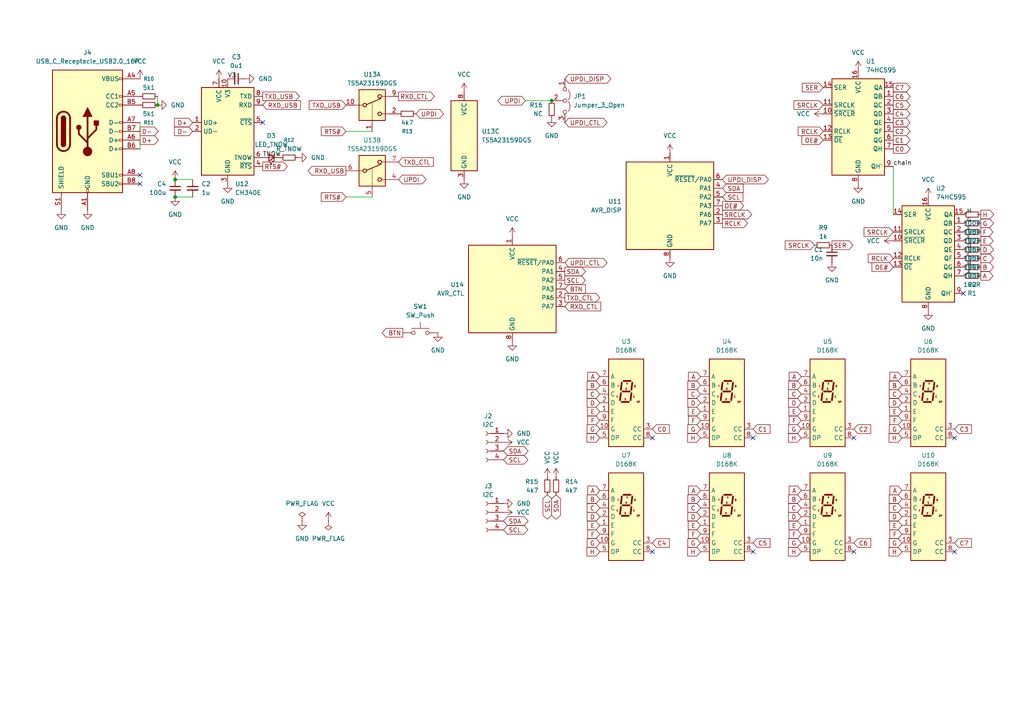
<source format=kicad_sch>
(kicad_sch (version 20250114) (generator "eeschema") (generator_version "9.0")
  (paper "A4")
  (lib_symbols
    (symbol "74xx:74HC595"
      (property "Reference" "U" (at -7.62 13.97 0))
      (property "Value" "74HC595" (at -7.62 -16.51 0))
      (symbol "74HC595_1_0"
        (pin input line (at -10.16 10.16 0) (length 2.54) (name "SER") (number "14"))
        (pin input line (at -10.16 5.08 0) (length 2.54) (name "SRCLK") (number "11"))
        (pin input line (at -10.16 2.54 0) (length 2.54) (name "~{SRCLR}") (number "10"))
        (pin input line (at -10.16 -2.54 0) (length 2.54) (name "RCLK") (number "12"))
        (pin input line (at -10.16 -5.08 0) (length 2.54) (name "~{OE}") (number "13"))
        (pin power_in line (at 0 15.24 270) (length 2.54) (name "VCC") (number "16"))
        (pin power_in line (at 0 -17.78 90) (length 2.54) (name "GND") (number "8"))
        (pin tri_state line (at 10.16 10.16 180) (length 2.54) (name "QA") (number "15"))
        (pin tri_state line (at 10.16 7.62 180) (length 2.54) (name "QB") (number "1"))
        (pin tri_state line (at 10.16 5.08 180) (length 2.54) (name "QC") (number "2"))
        (pin tri_state line (at 10.16 2.54 180) (length 2.54) (name "QD") (number "3"))
        (pin tri_state line (at 10.16 0 180) (length 2.54) (name "QE") (number "4"))
        (pin tri_state line (at 10.16 -2.54 180) (length 2.54) (name "QF") (number "5"))
        (pin tri_state line (at 10.16 -5.08 180) (length 2.54) (name "QG") (number "6"))
        (pin tri_state line (at 10.16 -7.62 180) (length 2.54) (name "QH") (number "7"))
        (pin output line (at 10.16 -12.7 180) (length 2.54) (name "QH'") (number "9"))
      )
    )
    (symbol "Analog_Switch:TS5A23159DGS"
      (property "Reference" "U" (at -5.08 8.89 0))
      (property "Value" "TS5A23159DGS" (at -5.08 6.985 0))
      (symbol "TS5A23159DGS_1_1"
        (pin passive line (at -7.62 0 0) (length 2.54) (name "~") (number "10"))
        (pin input line (at 0 -7.62 90) (length 2.54) (name "~") (number "1"))
        (pin passive line (at 7.62 2.54 180) (length 2.54) (name "~") (number "9"))
        (pin passive line (at 7.62 -2.54 180) (length 2.54) (name "~") (number "2"))
      )
      (symbol "TS5A23159DGS_2_1"
        (pin passive line (at -7.62 0 0) (length 2.54) (name "~") (number "6"))
        (pin input line (at 0 -7.62 90) (length 2.54) (name "~") (number "5"))
        (pin passive line (at 7.62 2.54 180) (length 2.54) (name "~") (number "7"))
        (pin passive line (at 7.62 -2.54 180) (length 2.54) (name "~") (number "4"))
      )
      (symbol "TS5A23159DGS_3_1"
        (pin power_in line (at 0 12.7 270) (length 2.54) (name "VCC") (number "8"))
        (pin power_in line (at 0 -12.7 90) (length 2.54) (name "GND") (number "3"))
      )
    )
    (symbol "Connector:Conn_01x04_Socket" (pin_names (offset 1.016) (hide yes))
      (property "Reference" "J" (at 0 5.08 0))
      (property "Value" "Conn_01x04_Socket" (at 0 -7.62 0))
      (symbol "Conn_01x04_Socket_1_1"
        (pin passive line (at -5.08 2.54 0) (length 3.81) (name "Pin_1") (number "1"))
        (pin passive line (at -5.08 0 0) (length 3.81) (name "Pin_2") (number "2"))
        (pin passive line (at -5.08 -2.54 0) (length 3.81) (name "Pin_3") (number "3"))
        (pin passive line (at -5.08 -5.08 0) (length 3.81) (name "Pin_4") (number "4"))
      )
    )
    (symbol "Connector:USB_C_Receptacle_USB2.0_16P" (pin_names (offset 1.016))
      (property "Reference" "J" (at 0 22.225 0))
      (property "Value" "USB_C_Receptacle_USB2.0_16P" (at 0 19.685 0))
      (symbol "USB_C_Receptacle_USB2.0_16P_1_1"
        (pin passive line (at -7.62 -22.86 90) (length 5.08) (name "SHIELD") (number "S1"))
        (pin passive line (at 0 -22.86 90) (length 5.08) (name "GND") (number "A1"))
        (pin passive line (at 0 -22.86 90) (length 5.08) (hide yes) (name "GND") (number "A12"))
        (pin passive line (at 0 -22.86 90) (length 5.08) (hide yes) (name "GND") (number "B1"))
        (pin passive line (at 0 -22.86 90) (length 5.08) (hide yes) (name "GND") (number "B12"))
        (pin passive line (at 15.24 15.24 180) (length 5.08) (name "VBUS") (number "A4"))
        (pin passive line (at 15.24 15.24 180) (length 5.08) (hide yes) (name "VBUS") (number "A9"))
        (pin passive line (at 15.24 15.24 180) (length 5.08) (hide yes) (name "VBUS") (number "B4"))
        (pin passive line (at 15.24 15.24 180) (length 5.08) (hide yes) (name "VBUS") (number "B9"))
        (pin bidirectional line (at 15.24 10.16 180) (length 5.08) (name "CC1") (number "A5"))
        (pin bidirectional line (at 15.24 7.62 180) (length 5.08) (name "CC2") (number "B5"))
        (pin bidirectional line (at 15.24 2.54 180) (length 5.08) (name "D-") (number "A7"))
        (pin bidirectional line (at 15.24 0 180) (length 5.08) (name "D-") (number "B7"))
        (pin bidirectional line (at 15.24 -2.54 180) (length 5.08) (name "D+") (number "A6"))
        (pin bidirectional line (at 15.24 -5.08 180) (length 5.08) (name "D+") (number "B6"))
        (pin bidirectional line (at 15.24 -12.7 180) (length 5.08) (name "SBU1") (number "A8"))
        (pin bidirectional line (at 15.24 -15.24 180) (length 5.08) (name "SBU2") (number "B8"))
      )
    )
    (symbol "Device:C_Small" (pin_numbers (hide yes)) (pin_names (offset 0.254) (hide yes))
      (property "Reference" "C" (at 0.254 1.778 0))
      (property "Value" "C_Small" (at 0.254 -2.032 0))
      (symbol "C_Small_1_1"
        (pin passive line (at 0 2.54 270) (length 2.032) (name "~") (number "1"))
        (pin passive line (at 0 -2.54 90) (length 2.032) (name "~") (number "2"))
      )
    )
    (symbol "Device:LED_Small" (pin_numbers (hide yes)) (pin_names (offset 0.254) (hide yes))
      (property "Reference" "D" (at -1.27 3.175 0))
      (property "Value" "LED_Small" (at -4.445 -2.54 0))
      (symbol "LED_Small_1_1"
        (pin passive line (at -2.54 0 0) (length 1.778) (name "K") (number "1"))
        (pin passive line (at 2.54 0 180) (length 1.778) (name "A") (number "2"))
      )
    )
    (symbol "Device:R_Small" (pin_numbers (hide yes)) (pin_names (offset 0.254) (hide yes))
      (property "Reference" "R" (at 0 0 90))
      (property "Value" "R_Small" (at 1.778 0 90))
      (symbol "R_Small_1_1"
        (pin passive line (at 0 2.54 270) (length 0.762) (name "~") (number "1"))
        (pin passive line (at 0 -2.54 90) (length 0.762) (name "~") (number "2"))
      )
    )
    (symbol "Display_Character:D168K"
      (property "Reference" "U" (at -2.54 13.97 0))
      (property "Value" "D168K" (at 1.27 13.97 0))
      (symbol "D168K_0_0"
        (text "E" (at -2.54 1.778 0) (effects (font (size 0.508 0.508))))
        (text "F" (at -2.286 4.826 0) (effects (font (size 0.508 0.508))))
        (text "D" (at -0.254 1.016 0) (effects (font (size 0.508 0.508))))
        (text "G" (at 0 4.064 0) (effects (font (size 0.508 0.508))))
        (text "A" (at 0.254 5.588 0) (effects (font (size 0.508 0.508))))
        (text "C" (at 2.286 1.778 0) (effects (font (size 0.508 0.508))))
        (text "B" (at 2.54 4.826 0) (effects (font (size 0.508 0.508))))
        (text "DP" (at 3.556 0.254 0) (effects (font (size 0.508 0.508))))
      )
      (symbol "D168K_1_1"
        (pin input line (at -7.62 7.62 0) (length 2.54) (name "A") (number "7"))
        (pin input line (at -7.62 5.08 0) (length 2.54) (name "B") (number "6"))
        (pin input line (at -7.62 2.54 0) (length 2.54) (name "C") (number "4"))
        (pin input line (at -7.62 0 0) (length 2.54) (name "D") (number "2"))
        (pin input line (at -7.62 -2.54 0) (length 2.54) (name "E") (number "1"))
        (pin input line (at -7.62 -5.08 0) (length 2.54) (name "F") (number "9"))
        (pin input line (at -7.62 -7.62 0) (length 2.54) (name "G") (number "10"))
        (pin input line (at -7.62 -10.16 0) (length 2.54) (name "DP") (number "5"))
        (pin input line (at 7.62 -7.62 180) (length 2.54) (name "CC") (number "3"))
        (pin input line (at 7.62 -10.16 180) (length 2.54) (name "CC") (number "8"))
      )
    )
    (symbol "Interface_USB:CH340E"
      (property "Reference" "U" (at -5.08 13.97 0))
      (property "Value" "CH340E" (at 1.27 13.97 0))
      (symbol "CH340E_1_1"
        (pin bidirectional line (at -10.16 2.54 0) (length 2.54) (name "UD+") (number "1"))
        (pin bidirectional line (at -10.16 0 0) (length 2.54) (name "UD-") (number "2"))
        (pin power_in line (at -2.54 15.24 270) (length 2.54) (name "VCC") (number "7"))
        (pin power_out line (at 0 15.24 270) (length 2.54) (name "V3") (number "10"))
        (pin power_in line (at 0 -15.24 90) (length 2.54) (name "GND") (number "3"))
        (pin output line (at 10.16 10.16 180) (length 2.54) (name "TXD") (number "8"))
        (pin input line (at 10.16 7.62 180) (length 2.54) (name "RXD") (number "9"))
        (pin input line (at 10.16 2.54 180) (length 2.54) (name "~{CTS}") (number "5"))
        (pin output line (at 10.16 -7.62 180) (length 2.54) (name "TNOW") (number "6"))
        (pin output line (at 10.16 -10.16 180) (length 2.54) (name "~{RTS}") (number "4"))
      )
    )
    (symbol "Jumper:Jumper_3_Open" (pin_names (offset 0) (hide yes)) (in_bom no)
      (property "Reference" "JP" (at -2.54 -2.54 0))
      (property "Value" "Jumper_3_Open" (at 0 2.794 0))
      (symbol "Jumper_3_Open_1_1"
        (pin passive line (at -6.35 0 0) (length 2.54) (name "A") (number "1"))
        (pin passive line (at 0 -3.81 90) (length 2.54) (name "C") (number "2"))
        (pin passive line (at 6.35 0 180) (length 2.54) (name "B") (number "3"))
      )
    )
    (symbol "MCU_Microchip_ATtiny:ATtiny402-SS"
      (property "Reference" "U" (at -12.7 13.97 0))
      (property "Value" "ATtiny402-SS" (at 2.54 -13.97 0))
      (symbol "ATtiny402-SS_1_1"
        (pin power_in line (at 0 15.24 270) (length 2.54) (name "VCC") (number "1"))
        (pin power_in line (at 0 -15.24 90) (length 2.54) (name "GND") (number "8"))
        (pin bidirectional line (at 15.24 7.62 180) (length 2.54) (name "~{RESET}/PA0") (number "6"))
        (pin bidirectional line (at 15.24 5.08 180) (length 2.54) (name "PA1") (number "4"))
        (pin bidirectional line (at 15.24 2.54 180) (length 2.54) (name "PA2") (number "5"))
        (pin bidirectional line (at 15.24 0 180) (length 2.54) (name "PA3") (number "7"))
        (pin bidirectional line (at 15.24 -2.54 180) (length 2.54) (name "PA6") (number "2"))
        (pin bidirectional line (at 15.24 -5.08 180) (length 2.54) (name "PA7") (number "3"))
      )
    )
    (symbol "Switch:SW_Push" (pin_numbers (hide yes)) (pin_names (offset 1.016) (hide yes))
      (property "Reference" "SW" (at 1.27 2.54 0))
      (property "Value" "SW_Push" (at 0 -1.524 0))
      (symbol "SW_Push_0_1"
        (pin passive line (at -5.08 0 0) (length 2.54) (name "1") (number "1"))
        (pin passive line (at 5.08 0 180) (length 2.54) (name "2") (number "2"))
      )
    )
    (symbol "power:GND" (power) (pin_numbers (hide yes)) (pin_names (offset 0) (hide yes))
      (property "Value" "GND" (at 0 -3.81 0))
      (symbol "GND_1_1"
        (pin power_in line (at 0 0 270) (length 0) (name "~") (number "1"))
      )
    )
    (symbol "power:PWR_FLAG" (power) (pin_numbers (hide yes)) (pin_names (offset 0) (hide yes))
      (property "Value" "PWR_FLAG" (at 0 3.81 0))
      (symbol "PWR_FLAG_0_0"
        (pin power_out line (at 0 0 90) (length 0) (name "~") (number "1"))
      )
    )
    (symbol "power:VCC" (power) (pin_numbers (hide yes)) (pin_names (offset 0) (hide yes))
      (property "Value" "VCC" (at 0 3.556 0))
      (symbol "VCC_1_1"
        (pin power_in line (at 0 0 90) (length 0) (name "~") (number "1"))
      )
    )
  )
  (junction (at 50.8 52.07))
  (junction (at 160.02 29.21))
  (junction (at 45.72 30.48))
  (junction (at 50.8 57.15))
  (no_connect (at 218.44 127))
  (no_connect (at 189.23 160.02))
  (no_connect (at 276.86 127))
  (no_connect (at 189.23 127))
  (no_connect (at 247.65 160.02))
  (no_connect (at 279.4 85.09))
  (no_connect (at 76.2 35.56))
  (no_connect (at 40.64 50.8))
  (no_connect (at 247.65 127))
  (no_connect (at 40.64 53.34))
  (no_connect (at 276.86 160.02))
  (no_connect (at 218.44 160.02))
  (wire (pts (xy 45.72 27.94) (xy 45.72 30.48)))
  (wire (pts (xy 100.33 38.1) (xy 107.95 38.1)))
  (wire (pts (xy 55.88 57.15) (xy 50.8 57.15)))
  (wire (pts (xy 259.08 48.26) (xy 259.08 62.23)))
  (wire (pts (xy 40.64 35.56) (xy 40.64 38.1)))
  (wire (pts (xy 152.4 29.21) (xy 160.02 29.21)))
  (wire (pts (xy 100.33 57.15) (xy 107.95 57.15)))
  (wire (pts (xy 55.88 52.07) (xy 50.8 52.07)))
  (wire (pts (xy 40.64 40.64) (xy 40.64 43.18)))
  (label "_B" (at 279.4 77.47 0))
  (label "TNOW" (at 76.2 45.72 0))
  (label "_G" (at 279.4 64.77 0))
  (label "_A" (at 279.4 80.01 0))
  (label "V3" (at 66.04 22.86 0))
  (label "_D" (at 279.4 72.39 0))
  (label "chain" (at 259.08 48.26 0))
  (label "_H" (at 279.4 62.23 0))
  (label "_E" (at 279.4 69.85 0))
  (label "_F" (at 279.4 67.31 0))
  (label "_C" (at 279.4 74.93 0))
  (global_label "H" (shape output) (at 284.48 62.23 0) (property "Intersheetrefs" "${INTERSHEET_REFS}" (effects (hide yes))))
  (global_label "C" (shape input) (at 261.62 114.3 180) (property "Intersheetrefs" "${INTERSHEET_REFS}" (effects (hide yes))))
  (global_label "C3" (shape input) (at 276.86 124.46 0) (property "Intersheetrefs" "${INTERSHEET_REFS}" (effects (hide yes))))
  (global_label "G" (shape input) (at 173.99 157.48 180) (property "Intersheetrefs" "${INTERSHEET_REFS}" (effects (hide yes))))
  (global_label "G" (shape input) (at 203.2 157.48 180) (property "Intersheetrefs" "${INTERSHEET_REFS}" (effects (hide yes))))
  (global_label "TXD_USB" (shape input) (at 100.33 30.48 180) (property "Intersheetrefs" "${INTERSHEET_REFS}" (effects (hide yes))))
  (global_label "OE#" (shape input) (at 259.08 77.47 180) (property "Intersheetrefs" "${INTERSHEET_REFS}" (effects (hide yes))))
  (global_label "TXD_CTL" (shape input) (at 115.57 46.99 0) (property "Intersheetrefs" "${INTERSHEET_REFS}" (effects (hide yes))))
  (global_label "H" (shape input) (at 173.99 127 180) (property "Intersheetrefs" "${INTERSHEET_REFS}" (effects (hide yes))))
  (global_label "G" (shape input) (at 203.2 124.46 180) (property "Intersheetrefs" "${INTERSHEET_REFS}" (effects (hide yes))))
  (global_label "E" (shape input) (at 232.41 119.38 180) (property "Intersheetrefs" "${INTERSHEET_REFS}" (effects (hide yes))))
  (global_label "D+" (shape output) (at 40.64 40.64 0) (property "Intersheetrefs" "${INTERSHEET_REFS}" (effects (hide yes))))
  (global_label "C0" (shape output) (at 259.08 43.18 0) (property "Intersheetrefs" "${INTERSHEET_REFS}" (effects (hide yes))))
  (global_label "SDA" (shape bidirectional) (at 146.05 151.13 0) (property "Intersheetrefs" "${INTERSHEET_REFS}" (effects (hide yes))))
  (global_label "E" (shape input) (at 173.99 152.4 180) (property "Intersheetrefs" "${INTERSHEET_REFS}" (effects (hide yes))))
  (global_label "UPDI_DISP" (shape bidirectional) (at 163.83 22.86 0) (property "Intersheetrefs" "${INTERSHEET_REFS}" (effects (hide yes))))
  (global_label "C1" (shape input) (at 218.44 124.46 0) (property "Intersheetrefs" "${INTERSHEET_REFS}" (effects (hide yes))))
  (global_label "SDA" (shape bidirectional) (at 146.05 130.81 0) (property "Intersheetrefs" "${INTERSHEET_REFS}" (effects (hide yes))))
  (global_label "H" (shape input) (at 261.62 160.02 180) (property "Intersheetrefs" "${INTERSHEET_REFS}" (effects (hide yes))))
  (global_label "SRCLK" (shape output) (at 209.55 62.23 0) (property "Intersheetrefs" "${INTERSHEET_REFS}" (effects (hide yes))))
  (global_label "SER" (shape input) (at 238.76 25.4 180) (property "Intersheetrefs" "${INTERSHEET_REFS}" (effects (hide yes))))
  (global_label "SER" (shape output) (at 241.3 71.12 0) (property "Intersheetrefs" "${INTERSHEET_REFS}" (effects (hide yes))))
  (global_label "RCLK" (shape input) (at 259.08 74.93 180) (property "Intersheetrefs" "${INTERSHEET_REFS}" (effects (hide yes))))
  (global_label "C2" (shape input) (at 247.65 124.46 0) (property "Intersheetrefs" "${INTERSHEET_REFS}" (effects (hide yes))))
  (global_label "B" (shape input) (at 232.41 144.78 180) (property "Intersheetrefs" "${INTERSHEET_REFS}" (effects (hide yes))))
  (global_label "B" (shape input) (at 261.62 144.78 180) (property "Intersheetrefs" "${INTERSHEET_REFS}" (effects (hide yes))))
  (global_label "C0" (shape input) (at 189.23 124.46 0) (property "Intersheetrefs" "${INTERSHEET_REFS}" (effects (hide yes))))
  (global_label "D" (shape input) (at 173.99 116.84 180) (property "Intersheetrefs" "${INTERSHEET_REFS}" (effects (hide yes))))
  (global_label "C" (shape input) (at 203.2 147.32 180) (property "Intersheetrefs" "${INTERSHEET_REFS}" (effects (hide yes))))
  (global_label "C5" (shape input) (at 218.44 157.48 0) (property "Intersheetrefs" "${INTERSHEET_REFS}" (effects (hide yes))))
  (global_label "UPDI_CTL" (shape bidirectional) (at 163.83 76.2 0) (property "Intersheetrefs" "${INTERSHEET_REFS}" (effects (hide yes))))
  (global_label "E" (shape output) (at 284.48 69.85 0) (property "Intersheetrefs" "${INTERSHEET_REFS}" (effects (hide yes))))
  (global_label "UPDI" (shape bidirectional) (at 120.65 33.02 0) (property "Intersheetrefs" "${INTERSHEET_REFS}" (effects (hide yes))))
  (global_label "B" (shape input) (at 232.41 111.76 180) (property "Intersheetrefs" "${INTERSHEET_REFS}" (effects (hide yes))))
  (global_label "G" (shape input) (at 261.62 124.46 180) (property "Intersheetrefs" "${INTERSHEET_REFS}" (effects (hide yes))))
  (global_label "RTS#" (shape input) (at 100.33 38.1 180) (property "Intersheetrefs" "${INTERSHEET_REFS}" (effects (hide yes))))
  (global_label "F" (shape input) (at 203.2 121.92 180) (property "Intersheetrefs" "${INTERSHEET_REFS}" (effects (hide yes))))
  (global_label "UPDI" (shape bidirectional) (at 152.4 29.21 180) (property "Intersheetrefs" "${INTERSHEET_REFS}" (effects (hide yes))))
  (global_label "D" (shape input) (at 203.2 149.86 180) (property "Intersheetrefs" "${INTERSHEET_REFS}" (effects (hide yes))))
  (global_label "D" (shape input) (at 261.62 149.86 180) (property "Intersheetrefs" "${INTERSHEET_REFS}" (effects (hide yes))))
  (global_label "C" (shape input) (at 261.62 147.32 180) (property "Intersheetrefs" "${INTERSHEET_REFS}" (effects (hide yes))))
  (global_label "D-" (shape output) (at 40.64 38.1 0) (property "Intersheetrefs" "${INTERSHEET_REFS}" (effects (hide yes))))
  (global_label "C" (shape input) (at 203.2 114.3 180) (property "Intersheetrefs" "${INTERSHEET_REFS}" (effects (hide yes))))
  (global_label "TXD_USB" (shape output) (at 76.2 27.94 0) (property "Intersheetrefs" "${INTERSHEET_REFS}" (effects (hide yes))))
  (global_label "A" (shape input) (at 232.41 142.24 180) (property "Intersheetrefs" "${INTERSHEET_REFS}" (effects (hide yes))))
  (global_label "SDA" (shape output) (at 163.83 78.74 0) (property "Intersheetrefs" "${INTERSHEET_REFS}" (effects (hide yes))))
  (global_label "RXD_USB" (shape input) (at 76.2 30.48 0) (property "Intersheetrefs" "${INTERSHEET_REFS}" (effects (hide yes))))
  (global_label "B" (shape input) (at 173.99 111.76 180) (property "Intersheetrefs" "${INTERSHEET_REFS}" (effects (hide yes))))
  (global_label "C6" (shape output) (at 259.08 27.94 0) (property "Intersheetrefs" "${INTERSHEET_REFS}" (effects (hide yes))))
  (global_label "A" (shape output) (at 284.48 80.01 0) (property "Intersheetrefs" "${INTERSHEET_REFS}" (effects (hide yes))))
  (global_label "RCLK" (shape output) (at 209.55 64.77 0) (property "Intersheetrefs" "${INTERSHEET_REFS}" (effects (hide yes))))
  (global_label "C2" (shape output) (at 259.08 38.1 0) (property "Intersheetrefs" "${INTERSHEET_REFS}" (effects (hide yes))))
  (global_label "D-" (shape input) (at 55.88 38.1 180) (property "Intersheetrefs" "${INTERSHEET_REFS}" (effects (hide yes))))
  (global_label "E" (shape input) (at 261.62 152.4 180) (property "Intersheetrefs" "${INTERSHEET_REFS}" (effects (hide yes))))
  (global_label "C" (shape output) (at 284.48 74.93 0) (property "Intersheetrefs" "${INTERSHEET_REFS}" (effects (hide yes))))
  (global_label "SCL" (shape bidirectional) (at 146.05 133.35 0) (property "Intersheetrefs" "${INTERSHEET_REFS}" (effects (hide yes))))
  (global_label "RCLK" (shape input) (at 238.76 38.1 180) (property "Intersheetrefs" "${INTERSHEET_REFS}" (effects (hide yes))))
  (global_label "D+" (shape input) (at 55.88 35.56 180) (property "Intersheetrefs" "${INTERSHEET_REFS}" (effects (hide yes))))
  (global_label "D" (shape input) (at 232.41 116.84 180) (property "Intersheetrefs" "${INTERSHEET_REFS}" (effects (hide yes))))
  (global_label "C3" (shape output) (at 259.08 35.56 0) (property "Intersheetrefs" "${INTERSHEET_REFS}" (effects (hide yes))))
  (global_label "H" (shape input) (at 232.41 160.02 180) (property "Intersheetrefs" "${INTERSHEET_REFS}" (effects (hide yes))))
  (global_label "H" (shape input) (at 232.41 127 180) (property "Intersheetrefs" "${INTERSHEET_REFS}" (effects (hide yes))))
  (global_label "F" (shape input) (at 232.41 154.94 180) (property "Intersheetrefs" "${INTERSHEET_REFS}" (effects (hide yes))))
  (global_label "A" (shape input) (at 203.2 109.22 180) (property "Intersheetrefs" "${INTERSHEET_REFS}" (effects (hide yes))))
  (global_label "D" (shape input) (at 173.99 149.86 180) (property "Intersheetrefs" "${INTERSHEET_REFS}" (effects (hide yes))))
  (global_label "SRCLK" (shape input) (at 236.22 71.12 180) (property "Intersheetrefs" "${INTERSHEET_REFS}" (effects (hide yes))))
  (global_label "RTS#" (shape output) (at 76.2 48.26 0) (property "Intersheetrefs" "${INTERSHEET_REFS}" (effects (hide yes))))
  (global_label "SDA" (shape bidirectional) (at 161.29 143.51 270) (property "Intersheetrefs" "${INTERSHEET_REFS}" (effects (hide yes))))
  (global_label "UPDI_CTL" (shape bidirectional) (at 163.83 35.56 0) (property "Intersheetrefs" "${INTERSHEET_REFS}" (effects (hide yes))))
  (global_label "C" (shape input) (at 173.99 114.3 180) (property "Intersheetrefs" "${INTERSHEET_REFS}" (effects (hide yes))))
  (global_label "RTS#" (shape input) (at 100.33 57.15 180) (property "Intersheetrefs" "${INTERSHEET_REFS}" (effects (hide yes))))
  (global_label "SCL" (shape bidirectional) (at 146.05 153.67 0) (property "Intersheetrefs" "${INTERSHEET_REFS}" (effects (hide yes))))
  (global_label "SCL" (shape output) (at 163.83 81.28 0) (property "Intersheetrefs" "${INTERSHEET_REFS}" (effects (hide yes))))
  (global_label "E" (shape input) (at 261.62 119.38 180) (property "Intersheetrefs" "${INTERSHEET_REFS}" (effects (hide yes))))
  (global_label "SDA" (shape input) (at 209.55 54.61 0) (property "Intersheetrefs" "${INTERSHEET_REFS}" (effects (hide yes))))
  (global_label "F" (shape input) (at 232.41 121.92 180) (property "Intersheetrefs" "${INTERSHEET_REFS}" (effects (hide yes))))
  (global_label "E" (shape input) (at 173.99 119.38 180) (property "Intersheetrefs" "${INTERSHEET_REFS}" (effects (hide yes))))
  (global_label "SRCLK" (shape input) (at 238.76 30.48 180) (property "Intersheetrefs" "${INTERSHEET_REFS}" (effects (hide yes))))
  (global_label "A" (shape input) (at 173.99 109.22 180) (property "Intersheetrefs" "${INTERSHEET_REFS}" (effects (hide yes))))
  (global_label "C" (shape input) (at 232.41 147.32 180) (property "Intersheetrefs" "${INTERSHEET_REFS}" (effects (hide yes))))
  (global_label "F" (shape input) (at 203.2 154.94 180) (property "Intersheetrefs" "${INTERSHEET_REFS}" (effects (hide yes))))
  (global_label "BTN" (shape input) (at 163.83 83.82 0) (property "Intersheetrefs" "${INTERSHEET_REFS}" (effects (hide yes))))
  (global_label "A" (shape input) (at 261.62 109.22 180) (property "Intersheetrefs" "${INTERSHEET_REFS}" (effects (hide yes))))
  (global_label "D" (shape input) (at 203.2 116.84 180) (property "Intersheetrefs" "${INTERSHEET_REFS}" (effects (hide yes))))
  (global_label "C6" (shape input) (at 247.65 157.48 0) (property "Intersheetrefs" "${INTERSHEET_REFS}" (effects (hide yes))))
  (global_label "E" (shape input) (at 232.41 152.4 180) (property "Intersheetrefs" "${INTERSHEET_REFS}" (effects (hide yes))))
  (global_label "H" (shape input) (at 203.2 127 180) (property "Intersheetrefs" "${INTERSHEET_REFS}" (effects (hide yes))))
  (global_label "UPDI" (shape bidirectional) (at 115.57 52.07 0) (property "Intersheetrefs" "${INTERSHEET_REFS}" (effects (hide yes))))
  (global_label "A" (shape input) (at 203.2 142.24 180) (property "Intersheetrefs" "${INTERSHEET_REFS}" (effects (hide yes))))
  (global_label "B" (shape output) (at 284.48 77.47 0) (property "Intersheetrefs" "${INTERSHEET_REFS}" (effects (hide yes))))
  (global_label "G" (shape output) (at 284.48 64.77 0) (property "Intersheetrefs" "${INTERSHEET_REFS}" (effects (hide yes))))
  (global_label "H" (shape input) (at 261.62 127 180) (property "Intersheetrefs" "${INTERSHEET_REFS}" (effects (hide yes))))
  (global_label "D" (shape input) (at 232.41 149.86 180) (property "Intersheetrefs" "${INTERSHEET_REFS}" (effects (hide yes))))
  (global_label "B" (shape input) (at 203.2 111.76 180) (property "Intersheetrefs" "${INTERSHEET_REFS}" (effects (hide yes))))
  (global_label "C4" (shape input) (at 189.23 157.48 0) (property "Intersheetrefs" "${INTERSHEET_REFS}" (effects (hide yes))))
  (global_label "E" (shape input) (at 203.2 152.4 180) (property "Intersheetrefs" "${INTERSHEET_REFS}" (effects (hide yes))))
  (global_label "SCL" (shape bidirectional) (at 158.75 143.51 270) (property "Intersheetrefs" "${INTERSHEET_REFS}" (effects (hide yes))))
  (global_label "OE#" (shape input) (at 238.76 40.64 180) (property "Intersheetrefs" "${INTERSHEET_REFS}" (effects (hide yes))))
  (global_label "G" (shape input) (at 232.41 157.48 180) (property "Intersheetrefs" "${INTERSHEET_REFS}" (effects (hide yes))))
  (global_label "SCL" (shape input) (at 209.55 57.15 0) (property "Intersheetrefs" "${INTERSHEET_REFS}" (effects (hide yes))))
  (global_label "E" (shape input) (at 203.2 119.38 180) (property "Intersheetrefs" "${INTERSHEET_REFS}" (effects (hide yes))))
  (global_label "D" (shape output) (at 284.48 72.39 0) (property "Intersheetrefs" "${INTERSHEET_REFS}" (effects (hide yes))))
  (global_label "B" (shape input) (at 173.99 144.78 180) (property "Intersheetrefs" "${INTERSHEET_REFS}" (effects (hide yes))))
  (global_label "A" (shape input) (at 232.41 109.22 180) (property "Intersheetrefs" "${INTERSHEET_REFS}" (effects (hide yes))))
  (global_label "G" (shape input) (at 261.62 157.48 180) (property "Intersheetrefs" "${INTERSHEET_REFS}" (effects (hide yes))))
  (global_label "RXD_CTL" (shape input) (at 163.83 88.9 0) (property "Intersheetrefs" "${INTERSHEET_REFS}" (effects (hide yes))))
  (global_label "C4" (shape output) (at 259.08 33.02 0) (property "Intersheetrefs" "${INTERSHEET_REFS}" (effects (hide yes))))
  (global_label "H" (shape input) (at 203.2 160.02 180) (property "Intersheetrefs" "${INTERSHEET_REFS}" (effects (hide yes))))
  (global_label "B" (shape input) (at 203.2 144.78 180) (property "Intersheetrefs" "${INTERSHEET_REFS}" (effects (hide yes))))
  (global_label "SRCLK" (shape input) (at 259.08 67.31 180) (property "Intersheetrefs" "${INTERSHEET_REFS}" (effects (hide yes))))
  (global_label "G" (shape input) (at 173.99 124.46 180) (property "Intersheetrefs" "${INTERSHEET_REFS}" (effects (hide yes))))
  (global_label "C5" (shape output) (at 259.08 30.48 0) (property "Intersheetrefs" "${INTERSHEET_REFS}" (effects (hide yes))))
  (global_label "OE#" (shape output) (at 209.55 59.69 0) (property "Intersheetrefs" "${INTERSHEET_REFS}" (effects (hide yes))))
  (global_label "B" (shape input) (at 261.62 111.76 180) (property "Intersheetrefs" "${INTERSHEET_REFS}" (effects (hide yes))))
  (global_label "RXD_CTL" (shape output) (at 115.57 27.94 0) (property "Intersheetrefs" "${INTERSHEET_REFS}" (effects (hide yes))))
  (global_label "C" (shape input) (at 173.99 147.32 180) (property "Intersheetrefs" "${INTERSHEET_REFS}" (effects (hide yes))))
  (global_label "C7" (shape input) (at 276.86 157.48 0) (property "Intersheetrefs" "${INTERSHEET_REFS}" (effects (hide yes))))
  (global_label "RXD_USB" (shape output) (at 100.33 49.53 180) (property "Intersheetrefs" "${INTERSHEET_REFS}" (effects (hide yes))))
  (global_label "G" (shape input) (at 232.41 124.46 180) (property "Intersheetrefs" "${INTERSHEET_REFS}" (effects (hide yes))))
  (global_label "F" (shape output) (at 284.48 67.31 0) (property "Intersheetrefs" "${INTERSHEET_REFS}" (effects (hide yes))))
  (global_label "A" (shape input) (at 173.99 142.24 180) (property "Intersheetrefs" "${INTERSHEET_REFS}" (effects (hide yes))))
  (global_label "C" (shape input) (at 232.41 114.3 180) (property "Intersheetrefs" "${INTERSHEET_REFS}" (effects (hide yes))))
  (global_label "F" (shape input) (at 173.99 154.94 180) (property "Intersheetrefs" "${INTERSHEET_REFS}" (effects (hide yes))))
  (global_label "D" (shape input) (at 261.62 116.84 180) (property "Intersheetrefs" "${INTERSHEET_REFS}" (effects (hide yes))))
  (global_label "UPDI_DISP" (shape bidirectional) (at 209.55 52.07 0) (property "Intersheetrefs" "${INTERSHEET_REFS}" (effects (hide yes))))
  (global_label "F" (shape input) (at 173.99 121.92 180) (property "Intersheetrefs" "${INTERSHEET_REFS}" (effects (hide yes))))
  (global_label "C7" (shape output) (at 259.08 25.4 0) (property "Intersheetrefs" "${INTERSHEET_REFS}" (effects (hide yes))))
  (global_label "TXD_CTL" (shape output) (at 163.83 86.36 0) (property "Intersheetrefs" "${INTERSHEET_REFS}" (effects (hide yes))))
  (global_label "F" (shape input) (at 261.62 154.94 180) (property "Intersheetrefs" "${INTERSHEET_REFS}" (effects (hide yes))))
  (global_label "H" (shape input) (at 173.99 160.02 180) (property "Intersheetrefs" "${INTERSHEET_REFS}" (effects (hide yes))))
  (global_label "A" (shape input) (at 261.62 142.24 180) (property "Intersheetrefs" "${INTERSHEET_REFS}" (effects (hide yes))))
  (global_label "BTN" (shape output) (at 116.84 96.52 180) (property "Intersheetrefs" "${INTERSHEET_REFS}" (effects (hide yes))))
  (global_label "C1" (shape output) (at 259.08 40.64 0) (property "Intersheetrefs" "${INTERSHEET_REFS}" (effects (hide yes))))
  (global_label "F" (shape input) (at 261.62 121.92 180) (property "Intersheetrefs" "${INTERSHEET_REFS}" (effects (hide yes))))
  (symbol (lib_id "Device:R_Small") (at 281.94 80.01 90) (mirror x) (unit 1)
    (property "Reference" "R1" (at 281.94 85.09 90))
    (property "Value" "100R" (at 281.94 82.55 90))
    (property "Footprint" "Resistor_SMD:R_0603_1608Metric" (effects (hide yes)))
    (property "Description" "Resistor, small symbol" (effects (hide yes)))
  )
  (symbol (lib_id "MCU_Microchip_ATtiny:ATtiny402-SS") (at 148.59 83.82 0) (unit 1)
    (property "Reference" "U14" (at 134.62 82.5499 0) (effects (justify right)))
    (property "Value" "AVR_CTL" (at 134.62 85.0899 0) (effects (justify right)))
    (property "Footprint" "Package_SO:SOIC-8_3.9x4.9mm_P1.27mm" (effects (hide yes)))
    (property "Datasheet" "http://ww1.microchip.com/downloads/en/DeviceDoc/ATtiny202-402-AVR-MCU-with-Core-Independent-Peripherals_and-picoPower-40001969A.pdf" (effects (hide yes)))
    (property "Description" "20MHz, 4kB Flash, 256B SRAM, 128B EEPROM, SOIC-8" (effects (hide yes)))
  )
  (symbol (lib_id "power:GND") (at 160.02 34.29 0) (unit 1)
    (property "Reference" "#PWR012" (effects (hide yes)))
    (property "Value" "GND" (at 160.02 39.37 0))
    (property "Description" "Power symbol creates a global label with name \"GND\" , ground" (effects (hide yes)))
  )
  (symbol (lib_id "Device:R_Small") (at 43.18 27.94 90) (unit 1)
    (property "Reference" "R10" (at 43.18 22.86 90) (effects (font (size 1.016 1.016))))
    (property "Value" "5k1" (at 43.18 25.4 90))
    (property "Footprint" "Resistor_SMD:R_0603_1608Metric" (effects (hide yes)))
    (property "Description" "Resistor, small symbol" (effects (hide yes)))
  )
  (symbol (lib_id "Device:R_Small") (at 161.29 140.97 0) (unit 1)
    (property "Reference" "R14" (at 163.83 139.6999 0) (effects (justify left)))
    (property "Value" "4k7" (at 163.83 142.2399 0) (effects (justify left)))
    (property "Footprint" "Resistor_SMD:R_0603_1608Metric" (effects (hide yes)))
    (property "Description" "Resistor, small symbol" (effects (hide yes)))
  )
  (symbol (lib_id "Device:R_Small") (at 281.94 64.77 90) (mirror x) (unit 1)
    (property "Reference" "R7" (at 281.94 69.85 90))
    (property "Value" "100R" (at 281.94 67.31 90))
    (property "Footprint" "Resistor_SMD:R_0603_1608Metric" (effects (hide yes)))
    (property "Description" "Resistor, small symbol" (effects (hide yes)))
  )
  (symbol (lib_id "Device:LED_Small") (at 78.74 45.72 180) (unit 1)
    (property "Reference" "D3" (at 78.6765 39.37 0))
    (property "Value" "LED_TNOW" (at 78.6765 41.91 0))
    (property "Footprint" "LED_SMD:LED_0603_1608Metric" (effects (hide yes)))
    (property "Description" "Light emitting diode, small symbol" (effects (hide yes)))
    (property "Sim.Pin" "1=K 2=A" (effects (hide yes)))
  )
  (symbol (lib_id "Device:C_Small") (at 241.3 73.66 0) (mirror y) (unit 1)
    (property "Reference" "C1" (at 238.76 72.3962 0) (effects (justify left)))
    (property "Value" "10n" (at 238.76 74.9362 0) (effects (justify left)))
    (property "Footprint" "Capacitor_SMD:C_0603_1608Metric" (effects (hide yes)))
    (property "Description" "Unpolarized capacitor, small symbol" (effects (hide yes)))
  )
  (symbol (lib_id "Device:R_Small") (at 281.94 72.39 90) (mirror x) (unit 1)
    (property "Reference" "R4" (at 281.94 77.47 90))
    (property "Value" "100R" (at 281.94 74.93 90))
    (property "Footprint" "Resistor_SMD:R_0603_1608Metric" (effects (hide yes)))
    (property "Description" "Resistor, small symbol" (effects (hide yes)))
  )
  (symbol (lib_id "power:GND") (at 86.36 45.72 90) (unit 1)
    (property "Reference" "#PWR038" (effects (hide yes)))
    (property "Value" "GND" (at 90.17 45.7199 90) (effects (justify right)))
    (property "Description" "Power symbol creates a global label with name \"GND\" , ground" (effects (hide yes)))
  )
  (symbol (lib_id "Device:R_Small") (at 281.94 77.47 90) (mirror x) (unit 1)
    (property "Reference" "R2" (at 281.94 82.55 90))
    (property "Value" "100R" (at 281.94 80.01 90))
    (property "Footprint" "Resistor_SMD:R_0603_1608Metric" (effects (hide yes)))
    (property "Description" "Resistor, small symbol" (effects (hide yes)))
  )
  (symbol (lib_id "Device:R_Small") (at 118.11 33.02 90) (unit 1)
    (property "Reference" "R13" (at 118.11 38.1 90) (effects (font (size 1.016 1.016))))
    (property "Value" "4k7" (at 118.11 35.56 90))
    (property "Footprint" "Resistor_SMD:R_0603_1608Metric" (effects (hide yes)))
    (property "Description" "Resistor, small symbol" (effects (hide yes)))
  )
  (symbol (lib_id "power:VCC") (at 146.05 128.27 270) (unit 1)
    (property "Reference" "#PWR014" (effects (hide yes)))
    (property "Value" "VCC" (at 149.86 128.2699 90) (effects (justify left)))
    (property "Description" "Power symbol creates a global label with name \"VCC\"" (effects (hide yes)))
  )
  (symbol (lib_id "Display_Character:D168K") (at 181.61 149.86 0) (unit 1)
    (property "Reference" "U7" (at 181.61 132.08 0))
    (property "Value" "D168K" (at 181.61 134.62 0))
    (property "Footprint" "Display_7Segment:D1X8K" (effects (hide yes)))
    (property "Datasheet" "https://ia800903.us.archive.org/24/items/CTKD1x8K/Cromatek%20D168K.pdf" (effects (hide yes)))
    (property "Description" "One digit 7 segment ultra bright red LED, low current, common cathode" (effects (hide yes)))
  )
  (symbol (lib_id "power:GND") (at 71.12 22.86 90) (unit 1)
    (property "Reference" "#PWR034" (effects (hide yes)))
    (property "Value" "GND" (at 74.93 22.8599 90) (effects (justify right)))
    (property "Description" "Power symbol creates a global label with name \"GND\" , ground" (effects (hide yes)))
  )
  (symbol (lib_id "Switch:SW_Push") (at 121.92 96.52 0) (unit 1)
    (property "Reference" "SW1" (at 121.92 88.9 0))
    (property "Value" "SW_Push" (at 121.92 91.44 0))
    (property "Footprint" "Library:alps-skrp" (effects (hide yes)))
    (property "Description" "Push button switch, generic, two pins" (effects (hide yes)))
  )
  (symbol (lib_id "74xx:74HC595") (at 248.92 35.56 0) (unit 1)
    (property "Reference" "U1" (at 251.1141 17.78 0) (effects (justify left)))
    (property "Value" "74HC595" (at 251.1141 20.32 0) (effects (justify left)))
    (property "Footprint" "Package_SO:TSSOP-16_4.4x5mm_P0.65mm" (effects (hide yes)))
    (property "Datasheet" "http://www.ti.com/lit/ds/symlink/sn74hc595.pdf" (effects (hide yes)))
    (property "Description" "8-bit serial in/out Shift Register 3-State Outputs" (effects (hide yes)))
  )
  (symbol (lib_id "power:VCC") (at 50.8 52.07 0) (unit 1)
    (property "Reference" "#PWR010" (effects (hide yes)))
    (property "Value" "VCC" (at 50.8 46.99 0))
    (property "Description" "Power symbol creates a global label with name \"VCC\"" (effects (hide yes)))
  )
  (symbol (lib_id "power:GND") (at 248.92 53.34 0) (unit 1)
    (property "Reference" "#PWR01" (effects (hide yes)))
    (property "Value" "GND" (at 248.92 58.42 0))
    (property "Description" "Power symbol creates a global label with name \"GND\" , ground" (effects (hide yes)))
  )
  (symbol (lib_id "power:GND") (at 66.04 53.34 0) (unit 1)
    (property "Reference" "#PWR033" (effects (hide yes)))
    (property "Value" "GND" (at 66.04 58.42 0))
    (property "Description" "Power symbol creates a global label with name \"GND\" , ground" (effects (hide yes)))
  )
  (symbol (lib_id "power:GND") (at 127 96.52 0) (unit 1)
    (property "Reference" "#PWR026" (effects (hide yes)))
    (property "Value" "GND" (at 127 101.6 0))
    (property "Description" "Power symbol creates a global label with name \"GND\" , ground" (effects (hide yes)))
  )
  (symbol (lib_id "Device:C_Small") (at 55.88 54.61 0) (unit 1)
    (property "Reference" "C2" (at 58.42 53.3462 0) (effects (justify left)))
    (property "Value" "1u" (at 58.42 55.8862 0) (effects (justify left)))
    (property "Footprint" "Capacitor_SMD:C_0603_1608Metric" (effects (hide yes)))
    (property "Description" "Unpolarized capacitor, small symbol" (effects (hide yes)))
  )
  (symbol (lib_id "Device:R_Small") (at 281.94 67.31 90) (mirror x) (unit 1)
    (property "Reference" "R6" (at 281.94 72.39 90))
    (property "Value" "100R" (at 281.94 69.85 90))
    (property "Footprint" "Resistor_SMD:R_0603_1608Metric" (effects (hide yes)))
    (property "Description" "Resistor, small symbol" (effects (hide yes)))
  )
  (symbol (lib_id "Device:C_Small") (at 50.8 54.61 0) (mirror y) (unit 1)
    (property "Reference" "C4" (at 48.26 53.3462 0) (effects (justify left)))
    (property "Value" "100u" (at 48.26 55.8862 0) (effects (justify left)))
    (property "Footprint" "Capacitor_SMD:C_1206_3216Metric" (effects (hide yes)))
    (property "Description" "Unpolarized capacitor, small symbol" (effects (hide yes)))
  )
  (symbol (lib_id "power:GND") (at 148.59 99.06 0) (unit 1)
    (property "Reference" "#PWR018" (effects (hide yes)))
    (property "Value" "GND" (at 148.59 104.14 0))
    (property "Description" "Power symbol creates a global label with name \"GND\" , ground" (effects (hide yes)))
  )
  (symbol (lib_id "Display_Character:D168K") (at 210.82 149.86 0) (unit 1)
    (property "Reference" "U8" (at 210.82 132.08 0))
    (property "Value" "D168K" (at 210.82 134.62 0))
    (property "Footprint" "Display_7Segment:D1X8K" (effects (hide yes)))
    (property "Datasheet" "https://ia800903.us.archive.org/24/items/CTKD1x8K/Cromatek%20D168K.pdf" (effects (hide yes)))
    (property "Description" "One digit 7 segment ultra bright red LED, low current, common cathode" (effects (hide yes)))
  )
  (symbol (lib_id "power:VCC") (at 194.31 44.45 0) (unit 1)
    (property "Reference" "#PWR016" (effects (hide yes)))
    (property "Value" "VCC" (at 194.31 39.37 0))
    (property "Description" "Power symbol creates a global label with name \"VCC\"" (effects (hide yes)))
  )
  (symbol (lib_id "Device:R_Small") (at 281.94 69.85 90) (mirror x) (unit 1)
    (property "Reference" "R5" (at 281.94 74.93 90))
    (property "Value" "100R" (at 281.94 72.39 90))
    (property "Footprint" "Resistor_SMD:R_0603_1608Metric" (effects (hide yes)))
    (property "Description" "Resistor, small symbol" (effects (hide yes)))
  )
  (symbol (lib_id "Device:C_Small") (at 68.58 22.86 270) (unit 1)
    (property "Reference" "C3" (at 68.5736 16.51 90))
    (property "Value" "0u1" (at 68.5736 19.05 90))
    (property "Footprint" "Capacitor_SMD:C_0603_1608Metric" (effects (hide yes)))
    (property "Description" "Unpolarized capacitor, small symbol" (effects (hide yes)))
  )
  (symbol (lib_id "MCU_Microchip_ATtiny:ATtiny402-SS") (at 194.31 59.69 0) (unit 1)
    (property "Reference" "U11" (at 180.34 58.4199 0) (effects (justify right)))
    (property "Value" "AVR_DISP" (at 180.34 60.9599 0) (effects (justify right)))
    (property "Footprint" "Package_SO:SOIC-8_3.9x4.9mm_P1.27mm" (effects (hide yes)))
    (property "Datasheet" "http://ww1.microchip.com/downloads/en/DeviceDoc/ATtiny202-402-AVR-MCU-with-Core-Independent-Peripherals_and-picoPower-40001969A.pdf" (effects (hide yes)))
    (property "Description" "20MHz, 4kB Flash, 256B SRAM, 128B EEPROM, SOIC-8" (effects (hide yes)))
  )
  (symbol (lib_id "power:GND") (at 50.8 57.15 0) (unit 1)
    (property "Reference" "#PWR09" (effects (hide yes)))
    (property "Value" "GND" (at 50.8 62.23 0))
    (property "Description" "Power symbol creates a global label with name \"GND\" , ground" (effects (hide yes)))
  )
  (symbol (lib_id "Device:R_Small") (at 160.02 31.75 0) (mirror y) (unit 1)
    (property "Reference" "R16" (at 157.48 30.4799 0) (effects (justify left)))
    (property "Value" "NC" (at 157.48 33.0199 0) (effects (justify left)))
    (property "Footprint" "Resistor_SMD:R_0603_1608Metric" (effects (hide yes)))
    (property "Description" "Resistor, small symbol" (effects (hide yes)))
  )
  (symbol (lib_id "Display_Character:D168K") (at 210.82 116.84 0) (unit 1)
    (property "Reference" "U4" (at 210.82 99.06 0))
    (property "Value" "D168K" (at 210.82 101.6 0))
    (property "Footprint" "Display_7Segment:D1X8K" (effects (hide yes)))
    (property "Datasheet" "https://ia800903.us.archive.org/24/items/CTKD1x8K/Cromatek%20D168K.pdf" (effects (hide yes)))
    (property "Description" "One digit 7 segment ultra bright red LED, low current, common cathode" (effects (hide yes)))
  )
  (symbol (lib_id "Device:R_Small") (at 281.94 74.93 90) (mirror x) (unit 1)
    (property "Reference" "R3" (at 281.94 80.01 90))
    (property "Value" "100R" (at 281.94 77.47 90))
    (property "Footprint" "Resistor_SMD:R_0603_1608Metric" (effects (hide yes)))
    (property "Description" "Resistor, small symbol" (effects (hide yes)))
  )
  (symbol (lib_id "power:VCC") (at 134.62 26.67 0) (unit 1)
    (property "Reference" "#PWR020" (effects (hide yes)))
    (property "Value" "VCC" (at 134.62 21.59 0))
    (property "Description" "Power symbol creates a global label with name \"VCC\"" (effects (hide yes)))
  )
  (symbol (lib_id "Analog_Switch:TS5A23159DGS") (at 134.62 39.37 0) (unit 3)
    (property "Reference" "U13" (at 139.7 38.0999 0) (effects (justify left)))
    (property "Value" "TS5A23159DGS" (at 139.7 40.6399 0) (effects (justify left)))
    (property "Footprint" "Package_SO:VSSOP-10_3x3mm_P0.5mm" (effects (hide yes)))
    (property "Datasheet" "http://www.ti.com/lit/ds/symlink/ts5a23159.pdf" (effects (hide yes)))
    (property "Description" "Dual SPDT 1ohm Bidirectional Analog Switch with Off protection, VSSOP-10" (effects (hide yes)))
  )
  (symbol (lib_id "Display_Character:D168K") (at 240.03 149.86 0) (unit 1)
    (property "Reference" "U9" (at 240.03 132.08 0))
    (property "Value" "D168K" (at 240.03 134.62 0))
    (property "Footprint" "Display_7Segment:D1X8K" (effects (hide yes)))
    (property "Datasheet" "https://ia800903.us.archive.org/24/items/CTKD1x8K/Cromatek%20D168K.pdf" (effects (hide yes)))
    (property "Description" "One digit 7 segment ultra bright red LED, low current, common cathode" (effects (hide yes)))
  )
  (symbol (lib_id "Connector:Conn_01x04_Socket") (at 140.97 128.27 0) (mirror y) (unit 1)
    (property "Reference" "J2" (at 141.605 120.65 0))
    (property "Value" "I2C" (at 141.605 123.19 0))
    (property "Footprint" "Connector_JST:JST_ZH_B4B-ZR_1x04_P1.50mm_Vertical" (effects (hide yes)))
    (property "Description" "Generic connector, single row, 01x04, script generated" (effects (hide yes)))
  )
  (symbol (lib_id "power:GND") (at 241.3 76.2 0) (unit 1)
    (property "Reference" "#PWR08" (effects (hide yes)))
    (property "Value" "GND" (at 241.3 81.28 0))
    (property "Description" "Power symbol creates a global label with name \"GND\" , ground" (effects (hide yes)))
  )
  (symbol (lib_id "power:VCC") (at 148.59 68.58 0) (unit 1)
    (property "Reference" "#PWR017" (effects (hide yes)))
    (property "Value" "VCC" (at 148.59 63.5 0))
    (property "Description" "Power symbol creates a global label with name \"VCC\"" (effects (hide yes)))
  )
  (symbol (lib_id "power:VCC") (at 40.64 22.86 0) (unit 1)
    (property "Reference" "#PWR028" (effects (hide yes)))
    (property "Value" "VCC" (at 40.64 17.78 0))
    (property "Description" "Power symbol creates a global label with name \"VCC\"" (effects (hide yes)))
  )
  (symbol (lib_id "power:VCC") (at 259.08 69.85 90) (unit 1)
    (property "Reference" "#PWR06" (effects (hide yes)))
    (property "Value" "VCC" (at 255.27 69.8499 90) (effects (justify left)))
    (property "Description" "Power symbol creates a global label with name \"VCC\"" (effects (hide yes)))
  )
  (symbol (lib_id "power:GND") (at 194.31 74.93 0) (unit 1)
    (property "Reference" "#PWR015" (effects (hide yes)))
    (property "Value" "GND" (at 194.31 80.01 0))
    (property "Description" "Power symbol creates a global label with name \"GND\" , ground" (effects (hide yes)))
  )
  (symbol (lib_id "power:GND") (at 25.4 60.96 0) (unit 1)
    (property "Reference" "#PWR030" (effects (hide yes)))
    (property "Value" "GND" (at 25.4 66.04 0))
    (property "Description" "Power symbol creates a global label with name \"GND\" , ground" (effects (hide yes)))
  )
  (symbol (lib_id "power:VCC") (at 63.5 22.86 0) (unit 1)
    (property "Reference" "#PWR032" (effects (hide yes)))
    (property "Value" "VCC" (at 63.5 17.78 0))
    (property "Description" "Power symbol creates a global label with name \"VCC\"" (effects (hide yes)))
  )
  (symbol (lib_id "Device:R_Small") (at 281.94 62.23 90) (mirror x) (unit 1)
    (property "Reference" "R8" (at 281.94 67.31 90))
    (property "Value" "100R" (at 281.94 64.77 90))
    (property "Footprint" "Resistor_SMD:R_0603_1608Metric" (effects (hide yes)))
    (property "Description" "Resistor, small symbol" (effects (hide yes)))
  )
  (symbol (lib_id "Device:R_Small") (at 83.82 45.72 90) (unit 1)
    (property "Reference" "R12" (at 83.82 40.64 90) (effects (font (size 1.016 1.016))))
    (property "Value" "R_TNOW" (at 83.82 43.18 90))
    (property "Footprint" "Resistor_SMD:R_0603_1608Metric" (effects (hide yes)))
    (property "Description" "Resistor, small symbol" (effects (hide yes)))
  )
  (symbol (lib_id "power:GND") (at 87.63 151.13 0) (unit 1)
    (property "Reference" "#PWR027" (effects (hide yes)))
    (property "Value" "GND" (at 87.63 156.21 0))
    (property "Description" "Power symbol creates a global label with name \"GND\" , ground" (effects (hide yes)))
  )
  (symbol (lib_id "power:GND") (at 146.05 146.05 90) (unit 1)
    (property "Reference" "#PWR07" (effects (hide yes)))
    (property "Value" "GND" (at 149.86 146.0499 90) (effects (justify right)))
    (property "Description" "Power symbol creates a global label with name \"GND\" , ground" (effects (hide yes)))
  )
  (symbol (lib_id "power:VCC") (at 248.92 20.32 0) (unit 1)
    (property "Reference" "#PWR04" (effects (hide yes)))
    (property "Value" "VCC" (at 248.92 15.24 0))
    (property "Description" "Power symbol creates a global label with name \"VCC\"" (effects (hide yes)))
  )
  (symbol (lib_id "power:PWR_FLAG") (at 95.25 151.13 0) (mirror x) (unit 1)
    (property "Reference" "#FLG01" (effects (hide yes)))
    (property "Value" "PWR_FLAG" (at 95.25 156.21 0))
    (property "Description" "Special symbol for telling ERC where power comes from" (effects (hide yes)))
  )
  (symbol (lib_id "Device:R_Small") (at 158.75 140.97 0) (mirror y) (unit 1)
    (property "Reference" "R15" (at 156.21 139.6999 0) (effects (justify left)))
    (property "Value" "4k7" (at 156.21 142.2399 0) (effects (justify left)))
    (property "Footprint" "Resistor_SMD:R_0603_1608Metric" (effects (hide yes)))
    (property "Description" "Resistor, small symbol" (effects (hide yes)))
  )
  (symbol (lib_id "Display_Character:D168K") (at 181.61 116.84 0) (unit 1)
    (property "Reference" "U3" (at 181.61 99.06 0))
    (property "Value" "D168K" (at 181.61 101.6 0))
    (property "Footprint" "Display_7Segment:D1X8K" (effects (hide yes)))
    (property "Datasheet" "https://ia800903.us.archive.org/24/items/CTKD1x8K/Cromatek%20D168K.pdf" (effects (hide yes)))
    (property "Description" "One digit 7 segment ultra bright red LED, low current, common cathode" (effects (hide yes)))
  )
  (symbol (lib_id "74xx:74HC595") (at 269.24 72.39 0) (unit 1)
    (property "Reference" "U2" (at 271.4341 54.61 0) (effects (justify left)))
    (property "Value" "74HC595" (at 271.4341 57.15 0) (effects (justify left)))
    (property "Footprint" "Package_SO:TSSOP-16_4.4x5mm_P0.65mm" (effects (hide yes)))
    (property "Datasheet" "http://www.ti.com/lit/ds/symlink/sn74hc595.pdf" (effects (hide yes)))
    (property "Description" "8-bit serial in/out Shift Register 3-State Outputs" (effects (hide yes)))
  )
  (symbol (lib_id "power:GND") (at 134.62 52.07 0) (unit 1)
    (property "Reference" "#PWR021" (effects (hide yes)))
    (property "Value" "GND" (at 134.62 57.15 0))
    (property "Description" "Power symbol creates a global label with name \"GND\" , ground" (effects (hide yes)))
  )
  (symbol (lib_id "Device:R_Small") (at 43.18 30.48 90) (mirror x) (unit 1)
    (property "Reference" "R11" (at 43.18 35.56 90) (effects (font (size 1.016 1.016))))
    (property "Value" "5k1" (at 43.18 33.02 90))
    (property "Footprint" "Resistor_SMD:R_0603_1608Metric" (effects (hide yes)))
    (property "Description" "Resistor, small symbol" (effects (hide yes)))
  )
  (symbol (lib_id "power:GND") (at 45.72 30.48 90) (unit 1)
    (property "Reference" "#PWR031" (effects (hide yes)))
    (property "Value" "GND" (at 49.53 30.4799 90) (effects (justify right)))
    (property "Description" "Power symbol creates a global label with name \"GND\" , ground" (effects (hide yes)))
  )
  (symbol (lib_id "Connector:Conn_01x04_Socket") (at 140.97 148.59 0) (mirror y) (unit 1)
    (property "Reference" "J3" (at 141.605 140.97 0))
    (property "Value" "I2C" (at 141.605 143.51 0))
    (property "Footprint" "Connector_JST:JST_ZH_B4B-ZR_1x04_P1.50mm_Vertical" (effects (hide yes)))
    (property "Description" "Generic connector, single row, 01x04, script generated" (effects (hide yes)))
  )
  (symbol (lib_id "Analog_Switch:TS5A23159DGS") (at 107.95 49.53 0) (unit 2)
    (property "Reference" "U13" (at 107.95 40.64 0))
    (property "Value" "TS5A23159DGS" (at 107.95 43.18 0))
    (property "Footprint" "Package_SO:VSSOP-10_3x3mm_P0.5mm" (effects (hide yes)))
    (property "Datasheet" "http://www.ti.com/lit/ds/symlink/ts5a23159.pdf" (effects (hide yes)))
    (property "Description" "Dual SPDT 1ohm Bidirectional Analog Switch with Off protection, VSSOP-10" (effects (hide yes)))
  )
  (symbol (lib_id "power:VCC") (at 146.05 148.59 270) (unit 1)
    (property "Reference" "#PWR011" (effects (hide yes)))
    (property "Value" "VCC" (at 149.86 148.5899 90) (effects (justify left)))
    (property "Description" "Power symbol creates a global label with name \"VCC\"" (effects (hide yes)))
  )
  (symbol (lib_id "Display_Character:D168K") (at 269.24 149.86 0) (unit 1)
    (property "Reference" "U10" (at 269.24 132.08 0))
    (property "Value" "D168K" (at 269.24 134.62 0))
    (property "Footprint" "Display_7Segment:D1X8K" (effects (hide yes)))
    (property "Datasheet" "https://ia800903.us.archive.org/24/items/CTKD1x8K/Cromatek%20D168K.pdf" (effects (hide yes)))
    (property "Description" "One digit 7 segment ultra bright red LED, low current, common cathode" (effects (hide yes)))
  )
  (symbol (lib_id "power:GND") (at 146.05 125.73 90) (unit 1)
    (property "Reference" "#PWR013" (effects (hide yes)))
    (property "Value" "GND" (at 149.86 125.7299 90) (effects (justify right)))
    (property "Description" "Power symbol creates a global label with name \"GND\" , ground" (effects (hide yes)))
  )
  (symbol (lib_id "power:VCC") (at 161.29 138.43 0) (unit 1)
    (property "Reference" "#PWR022" (effects (hide yes)))
    (property "Value" "VCC" (at 161.2899 134.62 90) (effects (justify left)))
    (property "Description" "Power symbol creates a global label with name \"VCC\"" (effects (hide yes)))
  )
  (symbol (lib_id "power:VCC") (at 238.76 33.02 90) (unit 1)
    (property "Reference" "#PWR05" (effects (hide yes)))
    (property "Value" "VCC" (at 234.95 33.0199 90) (effects (justify left)))
    (property "Description" "Power symbol creates a global label with name \"VCC\"" (effects (hide yes)))
  )
  (symbol (lib_id "power:VCC") (at 158.75 138.43 0) (unit 1)
    (property "Reference" "#PWR019" (effects (hide yes)))
    (property "Value" "VCC" (at 158.7499 134.62 90) (effects (justify left)))
    (property "Description" "Power symbol creates a global label with name \"VCC\"" (effects (hide yes)))
  )
  (symbol (lib_id "power:PWR_FLAG") (at 87.63 151.13 0) (unit 1)
    (property "Reference" "#FLG02" (effects (hide yes)))
    (property "Value" "PWR_FLAG" (at 87.63 146.05 0))
    (property "Description" "Special symbol for telling ERC where power comes from" (effects (hide yes)))
  )
  (symbol (lib_id "power:GND") (at 269.24 90.17 0) (unit 1)
    (property "Reference" "#PWR02" (effects (hide yes)))
    (property "Value" "GND" (at 269.24 95.25 0))
    (property "Description" "Power symbol creates a global label with name \"GND\" , ground" (effects (hide yes)))
  )
  (symbol (lib_id "Interface_USB:CH340E") (at 66.04 38.1 0) (unit 1)
    (property "Reference" "U12" (at 68.1833 53.34 0) (effects (justify left)))
    (property "Value" "CH340E" (at 68.1833 55.88 0) (effects (justify left)))
    (property "Footprint" "Package_SO:MSOP-10_3x3mm_P0.5mm" (effects (hide yes)))
    (property "Datasheet" "https://www.mpja.com/download/35227cpdata.pdf" (effects (hide yes)))
    (property "Description" "USB serial converter, UART, MSOP-10" (effects (hide yes)))
  )
  (symbol (lib_id "Device:R_Small") (at 238.76 71.12 270) (unit 1)
    (property "Reference" "R9" (at 238.76 66.04 90))
    (property "Value" "1k" (at 238.76 68.58 90))
    (property "Footprint" "Resistor_SMD:R_0603_1608Metric" (effects (hide yes)))
    (property "Description" "Resistor, small symbol" (effects (hide yes)))
  )
  (symbol (lib_id "Display_Character:D168K") (at 240.03 116.84 0) (unit 1)
    (property "Reference" "U5" (at 240.03 99.06 0))
    (property "Value" "D168K" (at 240.03 101.6 0))
    (property "Footprint" "Display_7Segment:D1X8K" (effects (hide yes)))
    (property "Datasheet" "https://ia800903.us.archive.org/24/items/CTKD1x8K/Cromatek%20D168K.pdf" (effects (hide yes)))
    (property "Description" "One digit 7 segment ultra bright red LED, low current, common cathode" (effects (hide yes)))
  )
  (symbol (lib_id "Analog_Switch:TS5A23159DGS") (at 107.95 30.48 0) (unit 1)
    (property "Reference" "U13" (at 107.95 21.59 0))
    (property "Value" "TS5A23159DGS" (at 107.95 24.13 0))
    (property "Footprint" "Package_SO:VSSOP-10_3x3mm_P0.5mm" (effects (hide yes)))
    (property "Datasheet" "http://www.ti.com/lit/ds/symlink/ts5a23159.pdf" (effects (hide yes)))
    (property "Description" "Dual SPDT 1ohm Bidirectional Analog Switch with Off protection, VSSOP-10" (effects (hide yes)))
  )
  (symbol (lib_id "power:GND") (at 17.78 60.96 0) (unit 1)
    (property "Reference" "#PWR029" (effects (hide yes)))
    (property "Value" "GND" (at 17.78 66.04 0))
    (property "Description" "Power symbol creates a global label with name \"GND\" , ground" (effects (hide yes)))
  )
  (symbol (lib_id "Connector:USB_C_Receptacle_USB2.0_16P") (at 25.4 38.1 0) (unit 1)
    (property "Reference" "J4" (at 25.4 15.24 0))
    (property "Value" "USB_C_Receptacle_USB2.0_16P" (at 25.4 17.78 0))
    (property "Footprint" "Connector_USB:USB_C_Receptacle_GCT_USB4105-xx-A_16P_TopMnt_Horizontal" (effects (hide yes)))
    (property "Datasheet" "https://www.usb.org/sites/default/files/documents/usb_type-c.zip" (effects (hide yes)))
    (property "Description" "USB 2.0-only 16P Type-C Receptacle connector" (effects (hide yes)))
  )
  (symbol (lib_id "Jumper:Jumper_3_Open") (at 163.83 29.21 270) (unit 1) (in_bom no)
    (property "Reference" "JP1" (at 166.37 27.9399 90) (effects (justify left)))
    (property "Value" "Jumper_3_Open" (at 166.37 30.4799 90) (effects (justify left)))
    (property "Footprint" "Connector_PinHeader_2.54mm:PinHeader_1x03_P2.54mm_Vertical" (effects (hide yes)))
    (property "Description" "Jumper, 3-pole, both open" (effects (hide yes)))
  )
  (symbol (lib_id "power:VCC") (at 269.24 57.15 0) (unit 1)
    (property "Reference" "#PWR03" (effects (hide yes)))
    (property "Value" "VCC" (at 269.24 52.07 0))
    (property "Description" "Power symbol creates a global label with name \"VCC\"" (effects (hide yes)))
  )
  (symbol (lib_id "power:VCC") (at 95.25 151.13 0) (mirror y) (unit 1)
    (property "Reference" "#PWR023" (effects (hide yes)))
    (property "Value" "VCC" (at 95.25 146.05 0))
    (property "Description" "Power symbol creates a global label with name \"VCC\"" (effects (hide yes)))
  )
  (symbol (lib_id "Display_Character:D168K") (at 269.24 116.84 0) (unit 1)
    (property "Reference" "U6" (at 269.24 99.06 0))
    (property "Value" "D168K" (at 269.24 101.6 0))
    (property "Footprint" "Display_7Segment:D1X8K" (effects (hide yes)))
    (property "Datasheet" "https://ia800903.us.archive.org/24/items/CTKD1x8K/Cromatek%20D168K.pdf" (effects (hide yes)))
    (property "Description" "One digit 7 segment ultra bright red LED, low current, common cathode" (effects (hide yes)))
  )
)
</source>
